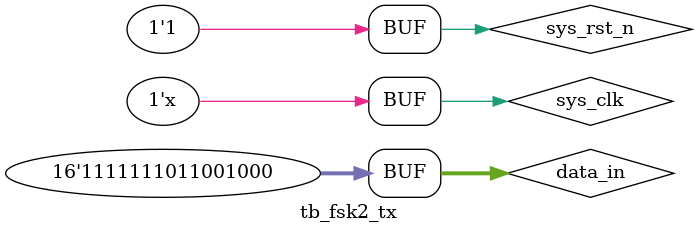
<source format=v>
`timescale 1ns/1ns

module tb_fsk2_tx();

reg sys_clk;
reg sys_rst_n;
reg [15:0] data_in;

wire tx_flag;
wire [15:0] tx;

initial begin
    sys_clk = 1'b1;
    sys_rst_n <= 1'b0;
    #30
    sys_rst_n <= 1'b1;



    #200
    data_in<= 16'b1111_1110_1100_1000;

end

always #10 sys_clk = ~sys_clk;


fsk2_tx fsk2_tx_inst(
    .sys_clk     (sys_clk   ),
    .sys_rst_n   (sys_rst_n ),
    .data_in     (data_in   ),

    .tx_flag     (tx_flag   ),
    .tx          (tx        )
);

endmodule
</source>
